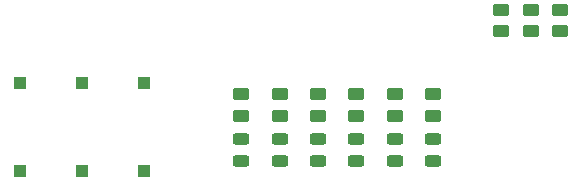
<source format=gbr>
%TF.GenerationSoftware,KiCad,Pcbnew,8.0.1*%
%TF.CreationDate,2024-04-16T20:26:48-05:00*%
%TF.ProjectId,PCB_Test_Jig,5043425f-5465-4737-945f-4a69672e6b69,rev?*%
%TF.SameCoordinates,Original*%
%TF.FileFunction,Paste,Top*%
%TF.FilePolarity,Positive*%
%FSLAX46Y46*%
G04 Gerber Fmt 4.6, Leading zero omitted, Abs format (unit mm)*
G04 Created by KiCad (PCBNEW 8.0.1) date 2024-04-16 20:26:48*
%MOMM*%
%LPD*%
G01*
G04 APERTURE LIST*
G04 Aperture macros list*
%AMRoundRect*
0 Rectangle with rounded corners*
0 $1 Rounding radius*
0 $2 $3 $4 $5 $6 $7 $8 $9 X,Y pos of 4 corners*
0 Add a 4 corners polygon primitive as box body*
4,1,4,$2,$3,$4,$5,$6,$7,$8,$9,$2,$3,0*
0 Add four circle primitives for the rounded corners*
1,1,$1+$1,$2,$3*
1,1,$1+$1,$4,$5*
1,1,$1+$1,$6,$7*
1,1,$1+$1,$8,$9*
0 Add four rect primitives between the rounded corners*
20,1,$1+$1,$2,$3,$4,$5,0*
20,1,$1+$1,$4,$5,$6,$7,0*
20,1,$1+$1,$6,$7,$8,$9,0*
20,1,$1+$1,$8,$9,$2,$3,0*%
G04 Aperture macros list end*
%ADD10RoundRect,0.250000X-0.450000X0.262500X-0.450000X-0.262500X0.450000X-0.262500X0.450000X0.262500X0*%
%ADD11RoundRect,0.243750X0.456250X-0.243750X0.456250X0.243750X-0.456250X0.243750X-0.456250X-0.243750X0*%
%ADD12R,1.000000X1.100000*%
G04 APERTURE END LIST*
D10*
X73250000Y-59750000D03*
X73250000Y-61575000D03*
D11*
X73250000Y-65375000D03*
X73250000Y-63500000D03*
D10*
X83000000Y-59750000D03*
X83000000Y-61575000D03*
D12*
X65000000Y-66250000D03*
X65000000Y-58750000D03*
D10*
X86250000Y-59750000D03*
X86250000Y-61575000D03*
D12*
X59750000Y-66250000D03*
X59750000Y-58750000D03*
D10*
X76500000Y-59750000D03*
X76500000Y-61575000D03*
D11*
X86250000Y-65375000D03*
X86250000Y-63500000D03*
X83000000Y-65375000D03*
X83000000Y-63500000D03*
D10*
X100250000Y-52587500D03*
X100250000Y-54412500D03*
X79750000Y-59750000D03*
X79750000Y-61575000D03*
D11*
X76500000Y-65375000D03*
X76500000Y-63500000D03*
D12*
X54500000Y-66250000D03*
X54500000Y-58750000D03*
D11*
X89500000Y-65375000D03*
X89500000Y-63500000D03*
X79750000Y-65375000D03*
X79750000Y-63500000D03*
D10*
X95250000Y-52587500D03*
X95250000Y-54412500D03*
X97750000Y-52587500D03*
X97750000Y-54412500D03*
X89500000Y-59750000D03*
X89500000Y-61575000D03*
M02*

</source>
